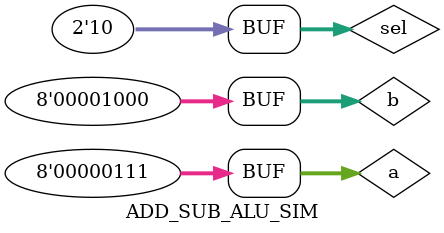
<source format=v>
`timescale 1ns / 1ps
module ADD_SUB_ALU_SIM();

reg [7:0] a,b;
reg [1:0] sel;

wire [7:0] out;


ADD_SUB_ALU UUT(
.a(a),
.b(b),
.sel(sel),

.out(out)
);

initial begin
a = 8'h7;
b = 8'h8;

sel = 0;

#5;
a = 8'h4;
b = 8'h1;

sel = 1;

#5;
a = 8'h7;
b = 8'h8;

sel = 2;

end

endmodule
</source>
